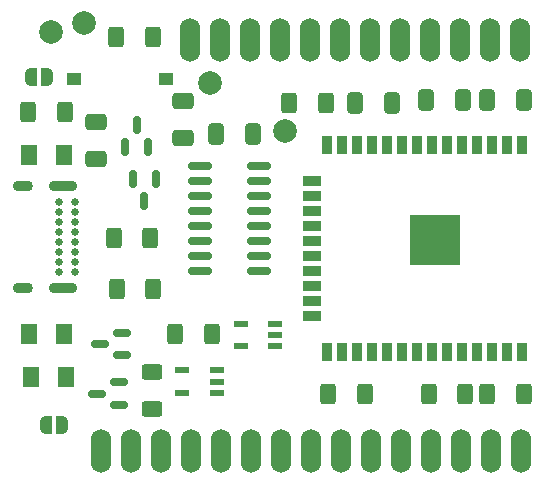
<source format=gts>
G04 #@! TF.GenerationSoftware,KiCad,Pcbnew,8.0.1-rc1*
G04 #@! TF.CreationDate,2024-03-16T10:29:41-04:00*
G04 #@! TF.ProjectId,keystone-esp,6b657973-746f-46e6-952d-6573702e6b69,rev?*
G04 #@! TF.SameCoordinates,Original*
G04 #@! TF.FileFunction,Soldermask,Top*
G04 #@! TF.FilePolarity,Negative*
%FSLAX46Y46*%
G04 Gerber Fmt 4.6, Leading zero omitted, Abs format (unit mm)*
G04 Created by KiCad (PCBNEW 8.0.1-rc1) date 2024-03-16 10:29:41*
%MOMM*%
%LPD*%
G01*
G04 APERTURE LIST*
G04 Aperture macros list*
%AMRoundRect*
0 Rectangle with rounded corners*
0 $1 Rounding radius*
0 $2 $3 $4 $5 $6 $7 $8 $9 X,Y pos of 4 corners*
0 Add a 4 corners polygon primitive as box body*
4,1,4,$2,$3,$4,$5,$6,$7,$8,$9,$2,$3,0*
0 Add four circle primitives for the rounded corners*
1,1,$1+$1,$2,$3*
1,1,$1+$1,$4,$5*
1,1,$1+$1,$6,$7*
1,1,$1+$1,$8,$9*
0 Add four rect primitives between the rounded corners*
20,1,$1+$1,$2,$3,$4,$5,0*
20,1,$1+$1,$4,$5,$6,$7,0*
20,1,$1+$1,$6,$7,$8,$9,0*
20,1,$1+$1,$8,$9,$2,$3,0*%
%AMFreePoly0*
4,1,19,0.500000,-0.750000,0.000000,-0.750000,0.000000,-0.744911,-0.071157,-0.744911,-0.207708,-0.704816,-0.327430,-0.627875,-0.420627,-0.520320,-0.479746,-0.390866,-0.500000,-0.250000,-0.500000,0.250000,-0.479746,0.390866,-0.420627,0.520320,-0.327430,0.627875,-0.207708,0.704816,-0.071157,0.744911,0.000000,0.744911,0.000000,0.750000,0.500000,0.750000,0.500000,-0.750000,0.500000,-0.750000,
$1*%
%AMFreePoly1*
4,1,19,0.000000,0.744911,0.071157,0.744911,0.207708,0.704816,0.327430,0.627875,0.420627,0.520320,0.479746,0.390866,0.500000,0.250000,0.500000,-0.250000,0.479746,-0.390866,0.420627,-0.520320,0.327430,-0.627875,0.207708,-0.704816,0.071157,-0.744911,0.000000,-0.744911,0.000000,-0.750000,-0.500000,-0.750000,-0.500000,0.750000,0.000000,0.750000,0.000000,0.744911,0.000000,0.744911,
$1*%
G04 Aperture macros list end*
%ADD10RoundRect,0.250000X-0.400000X-0.625000X0.400000X-0.625000X0.400000X0.625000X-0.400000X0.625000X0*%
%ADD11O,1.700000X3.700000*%
%ADD12RoundRect,0.150000X0.825000X0.150000X-0.825000X0.150000X-0.825000X-0.150000X0.825000X-0.150000X0*%
%ADD13R,1.250000X1.000000*%
%ADD14C,0.650000*%
%ADD15O,1.700000X0.900000*%
%ADD16O,2.400000X0.900000*%
%ADD17RoundRect,0.250000X-0.412500X-0.650000X0.412500X-0.650000X0.412500X0.650000X-0.412500X0.650000X0*%
%ADD18FreePoly0,0.000000*%
%ADD19FreePoly1,0.000000*%
%ADD20R,1.181100X0.508000*%
%ADD21RoundRect,0.250000X-0.625000X0.400000X-0.625000X-0.400000X0.625000X-0.400000X0.625000X0.400000X0*%
%ADD22C,2.000000*%
%ADD23RoundRect,0.150000X0.150000X-0.587500X0.150000X0.587500X-0.150000X0.587500X-0.150000X-0.587500X0*%
%ADD24RoundRect,0.250000X0.650000X-0.412500X0.650000X0.412500X-0.650000X0.412500X-0.650000X-0.412500X0*%
%ADD25RoundRect,0.250000X0.412500X0.650000X-0.412500X0.650000X-0.412500X-0.650000X0.412500X-0.650000X0*%
%ADD26RoundRect,0.250000X0.400000X0.625000X-0.400000X0.625000X-0.400000X-0.625000X0.400000X-0.625000X0*%
%ADD27RoundRect,0.150000X-0.150000X0.587500X-0.150000X-0.587500X0.150000X-0.587500X0.150000X0.587500X0*%
%ADD28RoundRect,0.250001X0.462499X0.624999X-0.462499X0.624999X-0.462499X-0.624999X0.462499X-0.624999X0*%
%ADD29RoundRect,0.150000X0.587500X0.150000X-0.587500X0.150000X-0.587500X-0.150000X0.587500X-0.150000X0*%
%ADD30R,0.900000X1.500000*%
%ADD31R,1.500000X0.900000*%
%ADD32C,0.600000*%
%ADD33R,4.200000X4.200000*%
%ADD34FreePoly0,180.000000*%
%ADD35FreePoly1,180.000000*%
G04 APERTURE END LIST*
D10*
G04 #@! TO.C,R9*
X204190000Y-107950000D03*
X207290000Y-107950000D03*
G04 #@! TD*
G04 #@! TO.C,R3*
X191236000Y-102870000D03*
X194336000Y-102870000D03*
G04 #@! TD*
D11*
G04 #@! TO.C,J3*
X220452000Y-77978000D03*
X217912000Y-77978000D03*
X215372000Y-77978000D03*
X212832000Y-77978000D03*
X210292000Y-77978000D03*
X207752000Y-77978000D03*
X205212000Y-77978000D03*
X202672000Y-77978000D03*
X200132000Y-77978000D03*
X197592000Y-77978000D03*
X195052000Y-77978000D03*
X192512000Y-77978000D03*
G04 #@! TD*
D12*
G04 #@! TO.C,U2*
X198309000Y-97536000D03*
X198309000Y-96266000D03*
X198309000Y-94996000D03*
X198309000Y-93726000D03*
X198309000Y-92456000D03*
X198309000Y-91186000D03*
X198309000Y-89916000D03*
X198309000Y-88646000D03*
X193359000Y-88646000D03*
X193359000Y-89916000D03*
X193359000Y-91186000D03*
X193359000Y-92456000D03*
X193359000Y-93726000D03*
X193359000Y-94996000D03*
X193359000Y-96266000D03*
X193359000Y-97536000D03*
G04 #@! TD*
D13*
G04 #@! TO.C,SW1*
X182688000Y-81280000D03*
X190438000Y-81280000D03*
G04 #@! TD*
D14*
G04 #@! TO.C,J1*
X182706000Y-91723000D03*
X182706000Y-92573000D03*
X182706000Y-93423000D03*
X182706000Y-94273000D03*
X182706000Y-95123000D03*
X182706000Y-95973000D03*
X182706000Y-96823000D03*
X182706000Y-97673000D03*
X181356000Y-97673000D03*
X181356000Y-96823000D03*
X181356000Y-95973000D03*
X181356000Y-95123000D03*
X181356000Y-94273000D03*
X181356000Y-93423000D03*
X181356000Y-92573000D03*
X181356000Y-91723000D03*
D15*
X178346000Y-90373000D03*
X178346000Y-99023000D03*
D16*
X181726000Y-90373000D03*
X181726000Y-99023000D03*
G04 #@! TD*
D17*
G04 #@! TO.C,C1*
X194652500Y-85979000D03*
X197777500Y-85979000D03*
G04 #@! TD*
D18*
G04 #@! TO.C,JP3*
X179055000Y-81153000D03*
D19*
X180355000Y-81153000D03*
G04 #@! TD*
D10*
G04 #@! TO.C,R10*
X186257000Y-77724000D03*
X189357000Y-77724000D03*
G04 #@! TD*
D20*
G04 #@! TO.C,U3*
X194760850Y-107884001D03*
X194760850Y-106934000D03*
X194760850Y-105983999D03*
X191827150Y-105983999D03*
X191827150Y-107884001D03*
G04 #@! TD*
D21*
G04 #@! TO.C,R4*
X189230000Y-106146000D03*
X189230000Y-109246000D03*
G04 #@! TD*
D22*
G04 #@! TO.C,FID2*
X183515000Y-76581000D03*
G04 #@! TD*
G04 #@! TO.C,FID4*
X200533000Y-85725000D03*
G04 #@! TD*
D23*
G04 #@! TO.C,Q4*
X187010000Y-87043500D03*
X188910000Y-87043500D03*
X187960000Y-85168500D03*
G04 #@! TD*
D24*
G04 #@! TO.C,C3*
X191897000Y-86271500D03*
X191897000Y-83146500D03*
G04 #@! TD*
D10*
G04 #@! TO.C,R6*
X200888000Y-83312000D03*
X203988000Y-83312000D03*
G04 #@! TD*
D22*
G04 #@! TO.C,FID1*
X180721000Y-77343000D03*
G04 #@! TD*
D11*
G04 #@! TO.C,J4*
X220472000Y-112776000D03*
X217932000Y-112776000D03*
X215392000Y-112776000D03*
X212852000Y-112776000D03*
X210312000Y-112776000D03*
X207772000Y-112776000D03*
X205232000Y-112776000D03*
X202692000Y-112776000D03*
X200152000Y-112776000D03*
X197612000Y-112776000D03*
X195072000Y-112776000D03*
X192532000Y-112776000D03*
X189992000Y-112776000D03*
X187452000Y-112776000D03*
X184912000Y-112776000D03*
G04 #@! TD*
D22*
G04 #@! TO.C,FID3*
X194183000Y-81661000D03*
G04 #@! TD*
D25*
G04 #@! TO.C,C6*
X215557500Y-83058000D03*
X212432500Y-83058000D03*
G04 #@! TD*
D10*
G04 #@! TO.C,R1*
X186283000Y-99060000D03*
X189383000Y-99060000D03*
G04 #@! TD*
D26*
G04 #@! TO.C,R7*
X215799000Y-107950000D03*
X212699000Y-107950000D03*
G04 #@! TD*
D27*
G04 #@! TO.C,Q3*
X189570400Y-89740500D03*
X187670400Y-89740500D03*
X188620400Y-91615500D03*
G04 #@! TD*
D24*
G04 #@! TO.C,C2*
X184531000Y-88049500D03*
X184531000Y-84924500D03*
G04 #@! TD*
D10*
G04 #@! TO.C,R2*
X186029000Y-94742000D03*
X189129000Y-94742000D03*
G04 #@! TD*
D28*
G04 #@! TO.C,D3*
X181827500Y-87757000D03*
X178852500Y-87757000D03*
G04 #@! TD*
D10*
G04 #@! TO.C,R8*
X217652000Y-107950000D03*
X220752000Y-107950000D03*
G04 #@! TD*
D29*
G04 #@! TO.C,Q2*
X186484500Y-108900000D03*
X186484500Y-107000000D03*
X184609500Y-107950000D03*
G04 #@! TD*
D30*
G04 #@! TO.C,U4*
X220599000Y-86903000D03*
X219329000Y-86903000D03*
X218059000Y-86903000D03*
X216789000Y-86903000D03*
X215519000Y-86903000D03*
X214249000Y-86903000D03*
X212979000Y-86903000D03*
X211709000Y-86903000D03*
X210439000Y-86903000D03*
X209169000Y-86903000D03*
X207899000Y-86903000D03*
X206629000Y-86903000D03*
X205359000Y-86903000D03*
X204089000Y-86903000D03*
D31*
X202839000Y-89943000D03*
X202839000Y-91213000D03*
X202839000Y-92483000D03*
X202839000Y-93753000D03*
X202839000Y-95023000D03*
X202839000Y-96293000D03*
X202839000Y-97563000D03*
X202839000Y-98833000D03*
X202839000Y-100103000D03*
X202839000Y-101373000D03*
D30*
X204089000Y-104403000D03*
X205359000Y-104403000D03*
X206629000Y-104403000D03*
X207899000Y-104403000D03*
X209169000Y-104403000D03*
X210439000Y-104403000D03*
X211709000Y-104403000D03*
X212979000Y-104403000D03*
X214249000Y-104403000D03*
X215519000Y-104403000D03*
X216789000Y-104403000D03*
X218059000Y-104403000D03*
X219329000Y-104403000D03*
X220599000Y-104403000D03*
D32*
X214021500Y-93448000D03*
X212496500Y-93448000D03*
X214784000Y-94210500D03*
X213259000Y-94210500D03*
X211734000Y-94210500D03*
X214021500Y-94973000D03*
D33*
X213259000Y-94973000D03*
D32*
X212496500Y-94973000D03*
X214784000Y-95735500D03*
X213259000Y-95735500D03*
X211734000Y-95735500D03*
X214021500Y-96498000D03*
X212496500Y-96498000D03*
G04 #@! TD*
D34*
G04 #@! TO.C,JP1*
X181625000Y-110617000D03*
D35*
X180325000Y-110617000D03*
G04 #@! TD*
D20*
G04 #@! TO.C,U1*
X199713850Y-103947001D03*
X199713850Y-102997000D03*
X199713850Y-102046999D03*
X196780150Y-102046999D03*
X196780150Y-103947001D03*
G04 #@! TD*
D10*
G04 #@! TO.C,R5*
X178790000Y-84074000D03*
X181890000Y-84074000D03*
G04 #@! TD*
D29*
G04 #@! TO.C,Q1*
X186738500Y-104683600D03*
X186738500Y-102783600D03*
X184863500Y-103733600D03*
G04 #@! TD*
D17*
G04 #@! TO.C,C5*
X217639500Y-83058000D03*
X220764500Y-83058000D03*
G04 #@! TD*
G04 #@! TO.C,C4*
X206463500Y-83312000D03*
X209588500Y-83312000D03*
G04 #@! TD*
D28*
G04 #@! TO.C,D2*
X181954500Y-106553000D03*
X178979500Y-106553000D03*
G04 #@! TD*
G04 #@! TO.C,D1*
X181827500Y-102870000D03*
X178852500Y-102870000D03*
G04 #@! TD*
M02*

</source>
